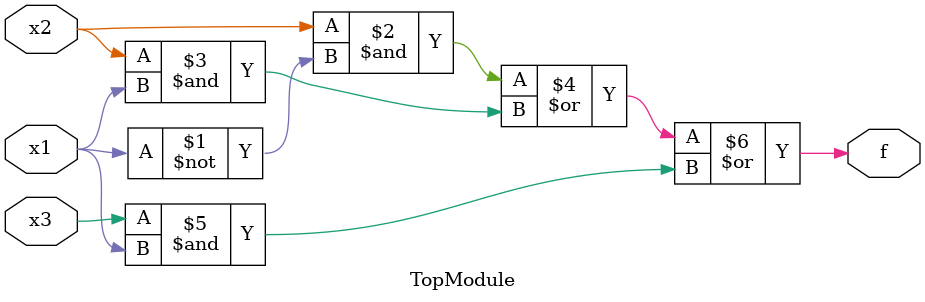
<source format=sv>
module TopModule (
    input logic x3,
    input logic x2,
    input logic x1,
    output logic f
);
    assign f = (x2 & ~x1) | (x2 & x1) | (x3 & x1);
endmodule
</source>
